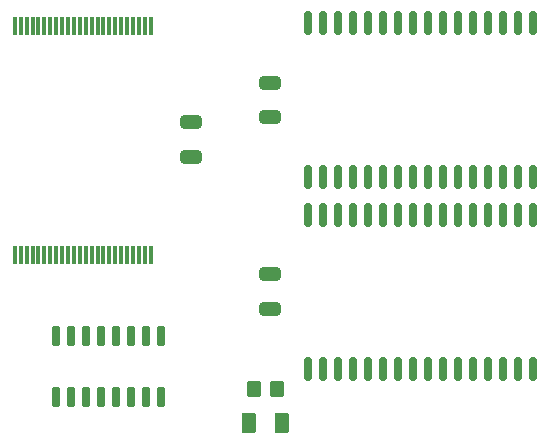
<source format=gbr>
%TF.GenerationSoftware,KiCad,Pcbnew,8.0.7*%
%TF.CreationDate,2025-01-02T16:49:33-06:00*%
%TF.ProjectId,z88-flash-mod,7a38382d-666c-4617-9368-2d6d6f642e6b,rev?*%
%TF.SameCoordinates,Original*%
%TF.FileFunction,Paste,Top*%
%TF.FilePolarity,Positive*%
%FSLAX46Y46*%
G04 Gerber Fmt 4.6, Leading zero omitted, Abs format (unit mm)*
G04 Created by KiCad (PCBNEW 8.0.7) date 2025-01-02 16:49:33*
%MOMM*%
%LPD*%
G01*
G04 APERTURE LIST*
G04 Aperture macros list*
%AMRoundRect*
0 Rectangle with rounded corners*
0 $1 Rounding radius*
0 $2 $3 $4 $5 $6 $7 $8 $9 X,Y pos of 4 corners*
0 Add a 4 corners polygon primitive as box body*
4,1,4,$2,$3,$4,$5,$6,$7,$8,$9,$2,$3,0*
0 Add four circle primitives for the rounded corners*
1,1,$1+$1,$2,$3*
1,1,$1+$1,$4,$5*
1,1,$1+$1,$6,$7*
1,1,$1+$1,$8,$9*
0 Add four rect primitives between the rounded corners*
20,1,$1+$1,$2,$3,$4,$5,0*
20,1,$1+$1,$4,$5,$6,$7,0*
20,1,$1+$1,$6,$7,$8,$9,0*
20,1,$1+$1,$8,$9,$2,$3,0*%
G04 Aperture macros list end*
%ADD10RoundRect,0.250000X0.650000X-0.325000X0.650000X0.325000X-0.650000X0.325000X-0.650000X-0.325000X0*%
%ADD11RoundRect,0.150000X-0.150000X0.875000X-0.150000X-0.875000X0.150000X-0.875000X0.150000X0.875000X0*%
%ADD12RoundRect,0.150000X-0.150000X0.725000X-0.150000X-0.725000X0.150000X-0.725000X0.150000X0.725000X0*%
%ADD13RoundRect,0.250000X-0.375000X-0.625000X0.375000X-0.625000X0.375000X0.625000X-0.375000X0.625000X0*%
%ADD14RoundRect,0.075000X0.075000X-0.712500X0.075000X0.712500X-0.075000X0.712500X-0.075000X-0.712500X0*%
%ADD15RoundRect,0.250000X-0.350000X-0.450000X0.350000X-0.450000X0.350000X0.450000X-0.350000X0.450000X0*%
G04 APERTURE END LIST*
D10*
%TO.C,C2*%
X141351000Y-103202000D03*
X141351000Y-100252000D03*
%TD*%
%TO.C,C3*%
X141351000Y-87024000D03*
X141351000Y-84074000D03*
%TD*%
D11*
%TO.C,U2*%
X163576000Y-95250000D03*
X162306000Y-95250000D03*
X161036000Y-95250000D03*
X159766000Y-95250000D03*
X158496000Y-95250000D03*
X157226000Y-95250000D03*
X155956000Y-95250000D03*
X154686000Y-95250000D03*
X153416000Y-95250000D03*
X152146000Y-95250000D03*
X150876000Y-95250000D03*
X149606000Y-95250000D03*
X148336000Y-95250000D03*
X147066000Y-95250000D03*
X145796000Y-95250000D03*
X144526000Y-95250000D03*
X144526000Y-108350000D03*
X145796000Y-108350000D03*
X147066000Y-108350000D03*
X148336000Y-108350000D03*
X149606000Y-108350000D03*
X150876000Y-108350000D03*
X152146000Y-108350000D03*
X153416000Y-108350000D03*
X154686000Y-108350000D03*
X155956000Y-108350000D03*
X157226000Y-108350000D03*
X158496000Y-108350000D03*
X159766000Y-108350000D03*
X161036000Y-108350000D03*
X162306000Y-108350000D03*
X163576000Y-108350000D03*
%TD*%
D12*
%TO.C,U4*%
X132080000Y-105537000D03*
X130810000Y-105537000D03*
X129540000Y-105537000D03*
X128270000Y-105537000D03*
X127000000Y-105537000D03*
X125730000Y-105537000D03*
X124460000Y-105537000D03*
X123190000Y-105537000D03*
X123190000Y-110687000D03*
X124460000Y-110687000D03*
X125730000Y-110687000D03*
X127000000Y-110687000D03*
X128270000Y-110687000D03*
X129540000Y-110687000D03*
X130810000Y-110687000D03*
X132080000Y-110687000D03*
%TD*%
D13*
%TO.C,D1*%
X139570000Y-112903000D03*
X142370000Y-112903000D03*
%TD*%
D14*
%TO.C,U1*%
X119719000Y-98636500D03*
X120219000Y-98636500D03*
X120719000Y-98636500D03*
X121219000Y-98636500D03*
X121719000Y-98636500D03*
X122219000Y-98636500D03*
X122719000Y-98636500D03*
X123219000Y-98636500D03*
X123719000Y-98636500D03*
X124219000Y-98636500D03*
X124719000Y-98636500D03*
X125219000Y-98636500D03*
X125719000Y-98636500D03*
X126219000Y-98636500D03*
X126719000Y-98636500D03*
X127219000Y-98636500D03*
X127719000Y-98636500D03*
X128219000Y-98636500D03*
X128719000Y-98636500D03*
X129219000Y-98636500D03*
X129719000Y-98636500D03*
X130219000Y-98636500D03*
X130719000Y-98636500D03*
X131219000Y-98636500D03*
X131219000Y-79261500D03*
X130719000Y-79261500D03*
X130219000Y-79261500D03*
X129719000Y-79261500D03*
X129219000Y-79261500D03*
X128719000Y-79261500D03*
X128219000Y-79261500D03*
X127719000Y-79261500D03*
X127219000Y-79261500D03*
X126719000Y-79261500D03*
X126219000Y-79261500D03*
X125719000Y-79261500D03*
X125219000Y-79261500D03*
X124719000Y-79261500D03*
X124219000Y-79261500D03*
X123719000Y-79261500D03*
X123219000Y-79261500D03*
X122719000Y-79261500D03*
X122219000Y-79261500D03*
X121719000Y-79261500D03*
X121219000Y-79261500D03*
X120719000Y-79261500D03*
X120219000Y-79261500D03*
X119719000Y-79261500D03*
%TD*%
D15*
%TO.C,R1*%
X139954000Y-109982000D03*
X141954000Y-109982000D03*
%TD*%
D10*
%TO.C,C1*%
X134620000Y-90375000D03*
X134620000Y-87425000D03*
%TD*%
D11*
%TO.C,U3*%
X163576000Y-78994000D03*
X162306000Y-78994000D03*
X161036000Y-78994000D03*
X159766000Y-78994000D03*
X158496000Y-78994000D03*
X157226000Y-78994000D03*
X155956000Y-78994000D03*
X154686000Y-78994000D03*
X153416000Y-78994000D03*
X152146000Y-78994000D03*
X150876000Y-78994000D03*
X149606000Y-78994000D03*
X148336000Y-78994000D03*
X147066000Y-78994000D03*
X145796000Y-78994000D03*
X144526000Y-78994000D03*
X144526000Y-92094000D03*
X145796000Y-92094000D03*
X147066000Y-92094000D03*
X148336000Y-92094000D03*
X149606000Y-92094000D03*
X150876000Y-92094000D03*
X152146000Y-92094000D03*
X153416000Y-92094000D03*
X154686000Y-92094000D03*
X155956000Y-92094000D03*
X157226000Y-92094000D03*
X158496000Y-92094000D03*
X159766000Y-92094000D03*
X161036000Y-92094000D03*
X162306000Y-92094000D03*
X163576000Y-92094000D03*
%TD*%
M02*

</source>
